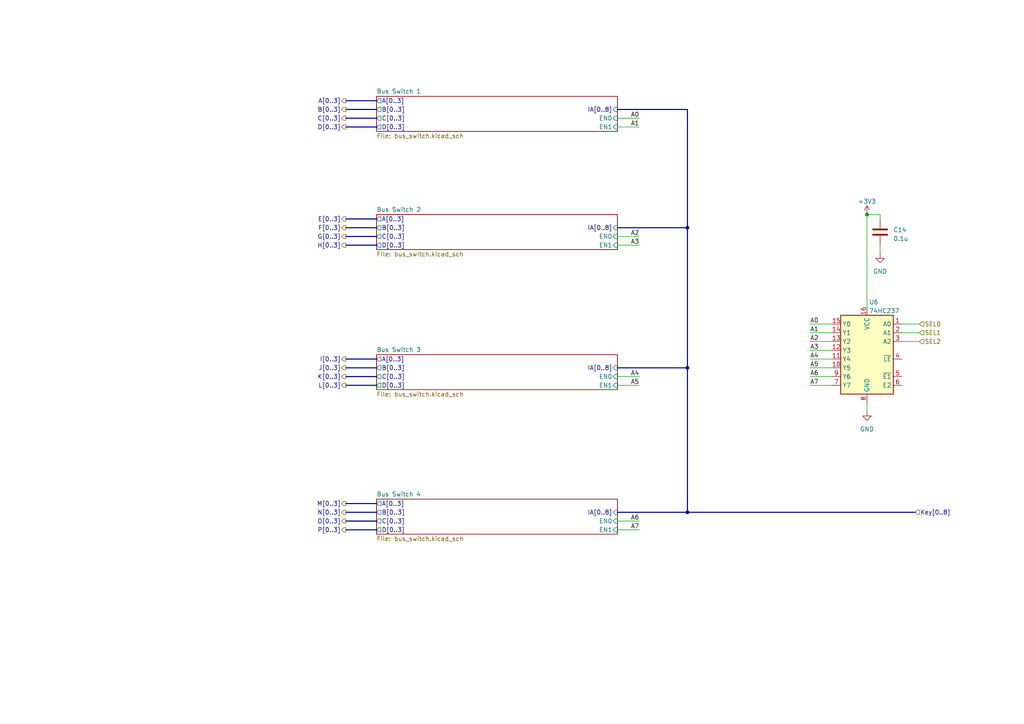
<source format=kicad_sch>
(kicad_sch (version 20230121) (generator eeschema)
  (paper "A4")
  (lib_symbols
    (symbol "74xx:74HC237"
      (property "Reference" "U" (at -7.62 13.97 0))
      (property "Value" "74HC237" (at 2.54 -11.43 0))
      (symbol "74HC237_0_1"
        (rectangle (start -7.62 12.7) (end 7.62 -10.16) (stroke (width 0.254)) (fill (type background)))
      )
      (symbol "74HC237_1_1"
        (pin input line (at -10.16 10.16 0) (length 2.54) (name "A0") (number "1"))
        (pin output line (at 10.16 -2.54 180) (length 2.54) (name "Y5") (number "10"))
        (pin output line (at 10.16 0 180) (length 2.54) (name "Y4") (number "11"))
        (pin output line (at 10.16 2.54 180) (length 2.54) (name "Y3") (number "12"))
        (pin output line (at 10.16 5.08 180) (length 2.54) (name "Y2") (number "13"))
        (pin output line (at 10.16 7.62 180) (length 2.54) (name "Y1") (number "14"))
        (pin output line (at 10.16 10.16 180) (length 2.54) (name "Y0") (number "15"))
        (pin power_in line (at 0 15.24 270) (length 2.54) (name "VCC") (number "16"))
        (pin input line (at -10.16 7.62 0) (length 2.54) (name "A1") (number "2"))
        (pin input line (at -10.16 5.08 0) (length 2.54) (name "A2") (number "3"))
        (pin input line (at -10.16 0 0) (length 2.54) (name "~{LE}") (number "4"))
        (pin input line (at -10.16 -5.08 0) (length 2.54) (name "~{E1}") (number "5"))
        (pin input line (at -10.16 -7.62 0) (length 2.54) (name "E2") (number "6"))
        (pin output line (at 10.16 -7.62 180) (length 2.54) (name "Y7") (number "7"))
        (pin power_in line (at 0 -12.7 90) (length 2.54) (name "GND") (number "8"))
        (pin output line (at 10.16 -5.08 180) (length 2.54) (name "Y6") (number "9"))
      )
    )
    (symbol "Device:C" (pin_numbers hide) (pin_names (offset 0.254))
      (property "Reference" "C" (at 0.635 2.54 0))
      (property "Value" "C" (at 0.635 -2.54 0))
      (symbol "C_0_1"
        (polyline (pts (xy -2.032 -0.762) (xy 2.032 -0.762)) (stroke (width 0.508)))
        (polyline (pts (xy -2.032 0.762) (xy 2.032 0.762)) (stroke (width 0.508)))
      )
      (symbol "C_1_1"
        (pin passive line (at 0 3.81 270) (length 2.794) (name "~") (number "1"))
        (pin passive line (at 0 -3.81 90) (length 2.794) (name "~") (number "2"))
      )
    )
    (symbol "power:+3V3" (power) (pin_names (offset 0))
      (property "Value" "+3V3" (at 0 3.556 0))
      (symbol "+3V3_0_1"
        (polyline (pts (xy -0.762 1.27) (xy 0 2.54)))
        (polyline (pts (xy 0 0) (xy 0 2.54)))
        (polyline (pts (xy 0 2.54) (xy 0.762 1.27)))
      )
      (symbol "+3V3_1_1"
        (pin power_in line (at 0 0 90) (length 0) hide (name "+3V3") (number "1"))
      )
    )
    (symbol "power:GND" (power) (pin_names (offset 0))
      (property "Value" "GND" (at 0 -3.81 0))
      (symbol "GND_0_1"
        (polyline (pts (xy 0 0) (xy 0 -1.27) (xy 1.27 -1.27) (xy 0 -2.54) (xy -1.27 -1.27) (xy 0 -1.27)))
      )
      (symbol "GND_1_1"
        (pin power_in line (at 0 0 270) (length 0) hide (name "GND") (number "1"))
      )
    )
  )
  (junction (at 251.46 62.23))
  (junction (at 199.39 148.59))
  (junction (at 199.39 106.68))
  (junction (at 199.39 66.04))
  (wire (pts (xy 185.42 34.29) (xy 179.07 34.29)))
  (bus (pts (xy 100.33 104.14) (xy 109.22 104.14)))
  (wire (pts (xy 255.27 71.12) (xy 255.27 73.66)))
  (wire (pts (xy 261.62 93.98) (xy 266.7 93.98)))
  (wire (pts (xy 185.42 111.76) (xy 179.07 111.76)))
  (bus (pts (xy 100.33 106.68) (xy 109.22 106.68)))
  (wire (pts (xy 185.42 36.83) (xy 179.07 36.83)))
  (bus (pts (xy 179.07 148.59) (xy 199.39 148.59)))
  (bus (pts (xy 100.33 29.21) (xy 109.22 29.21)))
  (wire (pts (xy 185.42 151.13) (xy 179.07 151.13)))
  (wire (pts (xy 255.27 62.23) (xy 255.27 63.5)))
  (wire (pts (xy 185.42 109.22) (xy 179.07 109.22)))
  (wire (pts (xy 234.95 106.68) (xy 241.3 106.68)))
  (wire (pts (xy 234.95 96.52) (xy 241.3 96.52)))
  (bus (pts (xy 100.33 146.05) (xy 109.22 146.05)))
  (wire (pts (xy 234.95 101.6) (xy 241.3 101.6)))
  (bus (pts (xy 100.33 153.67) (xy 109.22 153.67)))
  (bus (pts (xy 100.33 111.76) (xy 109.22 111.76)))
  (wire (pts (xy 261.62 96.52) (xy 266.7 96.52)))
  (wire (pts (xy 261.62 99.06) (xy 266.7 99.06)))
  (wire (pts (xy 185.42 68.58) (xy 179.07 68.58)))
  (bus (pts (xy 199.39 148.59) (xy 265.43 148.59)))
  (bus (pts (xy 100.33 151.13) (xy 109.22 151.13)))
  (bus (pts (xy 179.07 66.04) (xy 199.39 66.04)))
  (wire (pts (xy 251.46 62.23) (xy 251.46 88.9)))
  (bus (pts (xy 199.39 31.75) (xy 199.39 66.04)))
  (wire (pts (xy 251.46 62.23) (xy 255.27 62.23)))
  (bus (pts (xy 199.39 106.68) (xy 199.39 148.59)))
  (wire (pts (xy 251.46 116.84) (xy 251.46 119.38)))
  (bus (pts (xy 179.07 106.68) (xy 199.39 106.68)))
  (bus (pts (xy 100.33 34.29) (xy 109.22 34.29)))
  (bus (pts (xy 100.33 68.58) (xy 109.22 68.58)))
  (wire (pts (xy 234.95 93.98) (xy 241.3 93.98)))
  (bus (pts (xy 100.33 109.22) (xy 109.22 109.22)))
  (bus (pts (xy 100.33 148.59) (xy 109.22 148.59)))
  (bus (pts (xy 100.33 66.04) (xy 109.22 66.04)))
  (wire (pts (xy 234.95 111.76) (xy 241.3 111.76)))
  (bus (pts (xy 199.39 66.04) (xy 199.39 106.68)))
  (wire (pts (xy 234.95 104.14) (xy 241.3 104.14)))
  (bus (pts (xy 100.33 31.75) (xy 109.22 31.75)))
  (wire (pts (xy 185.42 153.67) (xy 179.07 153.67)))
  (bus (pts (xy 100.33 36.83) (xy 109.22 36.83)))
  (wire (pts (xy 185.42 71.12) (xy 179.07 71.12)))
  (wire (pts (xy 234.95 109.22) (xy 241.3 109.22)))
  (bus (pts (xy 179.07 31.75) (xy 199.39 31.75)))
  (wire (pts (xy 234.95 99.06) (xy 241.3 99.06)))
  (bus (pts (xy 100.33 63.5) (xy 109.22 63.5)))
  (bus (pts (xy 100.33 71.12) (xy 109.22 71.12)))
  (label "A7" (at 234.95 111.76 0))
  (label "A0" (at 185.42 34.29 180))
  (label "A3" (at 234.95 101.6 0))
  (label "A2" (at 234.95 99.06 0))
  (label "A1" (at 234.95 96.52 0))
  (label "A5" (at 234.95 106.68 0))
  (label "A6" (at 185.42 151.13 180))
  (label "A2" (at 185.42 68.58 180))
  (label "A6" (at 234.95 109.22 0))
  (label "A5" (at 185.42 111.76 180))
  (label "A3" (at 185.42 71.12 180))
  (label "A0" (at 234.95 93.98 0))
  (label "A4" (at 185.42 109.22 180))
  (label "A1" (at 185.42 36.83 180))
  (label "A7" (at 185.42 153.67 180))
  (label "A4" (at 234.95 104.14 0))
  (hierarchical_label "Key[0..8]" (shape input) (at 265.43 148.59 0))
  (hierarchical_label "SEL2" (shape input) (at 266.7 99.06 0))
  (hierarchical_label "D[0..3]" (shape output) (at 100.33 36.83 180))
  (hierarchical_label "A[0..3]" (shape output) (at 100.33 29.21 180))
  (hierarchical_label "B[0..3]" (shape output) (at 100.33 31.75 180))
  (hierarchical_label "J[0..3]" (shape output) (at 100.33 106.68 180))
  (hierarchical_label "I[0..3]" (shape output) (at 100.33 104.14 180))
  (hierarchical_label "G[0..3]" (shape output) (at 100.33 68.58 180))
  (hierarchical_label "F[0..3]" (shape output) (at 100.33 66.04 180))
  (hierarchical_label "M[0..3]" (shape output) (at 100.33 146.05 180))
  (hierarchical_label "O[0..3]" (shape output) (at 100.33 151.13 180))
  (hierarchical_label "L[0..3]" (shape output) (at 100.33 111.76 180))
  (hierarchical_label "C[0..3]" (shape output) (at 100.33 34.29 180))
  (hierarchical_label "P[0..3]" (shape output) (at 100.33 153.67 180))
  (hierarchical_label "SEL1" (shape input) (at 266.7 96.52 0))
  (hierarchical_label "E[0..3]" (shape output) (at 100.33 63.5 180))
  (hierarchical_label "N[0..3]" (shape output) (at 100.33 148.59 180))
  (hierarchical_label "K[0..3]" (shape output) (at 100.33 109.22 180))
  (hierarchical_label "SEL0" (shape input) (at 266.7 93.98 0))
  (hierarchical_label "H[0..3]" (shape output) (at 100.33 71.12 180))
  (symbol (lib_id "74xx:74HC237") (at 251.46 104.14 0) (mirror y) (unit 1)
    (property "Reference" "U6" (at 252.0441 87.63 0) (effects (justify right)))
    (property "Value" "74HC237" (at 252.0441 90.17 0) (effects (justify right)))
    (property "Datasheet" "http://www.ti.com/lit/ds/symlink/cd74hc237.pdf" (effects hide))
  )
  (symbol (lib_id "power:+3V3") (at 251.46 62.23 0) (unit 1)
    (property "Reference" "#PWR030" (effects hide))
    (property "Value" "+3V3" (at 251.46 58.42 0))
  )
  (symbol (lib_id "power:GND") (at 251.46 119.38 0) (unit 1)
    (property "Reference" "#PWR029" (effects hide))
    (property "Value" "GND" (at 251.46 124.46 0))
  )
  (symbol (lib_id "Device:C") (at 255.27 67.31 0) (unit 1)
    (property "Reference" "C14" (at 259.08 66.675 0) (effects (justify left)))
    (property "Value" "0.1u" (at 259.08 69.215 0) (effects (justify left)))
  )
  (symbol (lib_id "power:GND") (at 255.27 73.66 0) (unit 1)
    (property "Reference" "#PWR045" (effects hide))
    (property "Value" "GND" (at 255.27 78.74 0))
  )
  (sheet (at 109.22 62.23) (size 69.85 10.16) (stroke (width 0.1524))
    (property "Sheetname" "Bus Switch 2" (at 109.22 61.5184 0) (effects (justify left bottom)))
    (property "Sheetfile" "bus_switch.kicad_sch" (at 109.22 72.9746 0) (effects (justify left top)))
    (pin "EN0" input (at 179.07 68.58 0))
    (pin "EN1" input (at 179.07 71.12 0))
    (pin "IA[0..8]" input (at 179.07 66.04 0))
    (pin "A[0..3]" output (at 109.22 63.5 180))
    (pin "B[0..3]" output (at 109.22 66.04 180))
    (pin "C[0..3]" output (at 109.22 68.58 180))
    (pin "D[0..3]" output (at 109.22 71.12 180))
  )
  (sheet (at 109.22 144.78) (size 69.85 10.16) (stroke (width 0.1524))
    (property "Sheetname" "Bus Switch 4" (at 109.22 144.0684 0) (effects (justify left bottom)))
    (property "Sheetfile" "bus_switch.kicad_sch" (at 109.22 155.5246 0) (effects (justify left top)))
    (pin "EN0" input (at 179.07 151.13 0))
    (pin "EN1" input (at 179.07 153.67 0))
    (pin "IA[0..8]" input (at 179.07 148.59 0))
    (pin "A[0..3]" output (at 109.22 146.05 180))
    (pin "B[0..3]" output (at 109.22 148.59 180))
    (pin "C[0..3]" output (at 109.22 151.13 180))
    (pin "D[0..3]" output (at 109.22 153.67 180))
  )
  (sheet (at 109.22 102.87) (size 69.85 10.16) (stroke (width 0.1524))
    (property "Sheetname" "Bus Switch 3" (at 109.22 102.1584 0) (effects (justify left bottom)))
    (property "Sheetfile" "bus_switch.kicad_sch" (at 109.22 113.6146 0) (effects (justify left top)))
    (pin "EN0" input (at 179.07 109.22 0))
    (pin "EN1" input (at 179.07 111.76 0))
    (pin "IA[0..8]" input (at 179.07 106.68 0))
    (pin "A[0..3]" output (at 109.22 104.14 180))
    (pin "B[0..3]" output (at 109.22 106.68 180))
    (pin "C[0..3]" output (at 109.22 109.22 180))
    (pin "D[0..3]" output (at 109.22 111.76 180))
  )
  (sheet (at 109.22 27.94) (size 69.85 10.16) (stroke (width 0.1524))
    (property "Sheetname" "Bus Switch 1" (at 109.22 27.2284 0) (effects (justify left bottom)))
    (property "Sheetfile" "bus_switch.kicad_sch" (at 109.22 38.6846 0) (effects (justify left top)))
    (pin "EN0" input (at 179.07 34.29 0))
    (pin "EN1" input (at 179.07 36.83 0))
    (pin "IA[0..8]" input (at 179.07 31.75 0))
    (pin "A[0..3]" output (at 109.22 29.21 180))
    (pin "B[0..3]" output (at 109.22 31.75 180))
    (pin "C[0..3]" output (at 109.22 34.29 180))
    (pin "D[0..3]" output (at 109.22 36.83 180))
  )
)
</source>
